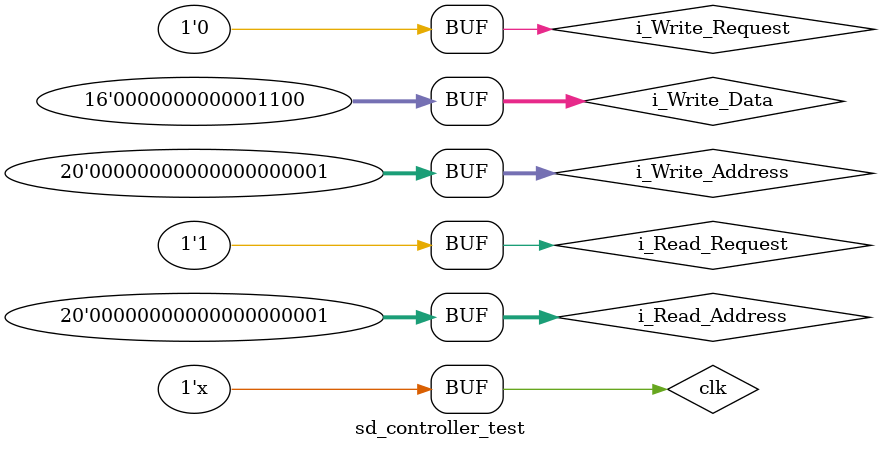
<source format=v>
`timescale 1ns / 1ps

module sd_controller_test();

    // Inputs
    reg clk;
    reg i_Read_Request;
    reg i_Write_Request;
    reg [19:0] i_Read_Address;
    reg [19:0] i_Write_Address;
    reg [15:0] i_Write_Data;

    // Outputs
    wire [15:0] o_Read_Data;
    wire o_Read_Grant;
    wire o_Write_Grant;
    wire o_Data_Valid;
    wire o_Clk_Enable;
    wire o_Write_Enable;
    wire [1:0] o_Data_Mask;
    wire o_Bank_Address;
    wire [10:0] o_Address_10;
    wire o_Column_Address_Strobe;
    wire o_Row_Address_Strobe;

    // Bidirs
    wire [19:0] io_DQ_Lines;

    sd_controller uut (
        .clk(clk), 
        .i_Read_Request(i_Read_Request), 
        .i_Write_Request(i_Write_Request), 
        .i_Read_Address(i_Read_Address), 
        .i_Write_Address(i_Write_Address), 
        .i_Write_Data(i_Write_Data), 
        .o_Read_Data(o_Read_Data), 
        .o_Read_Grant(o_Read_Grant), 
        .o_Write_Grant(o_Write_Grant), 
        .o_Data_Valid(o_Data_Valid), 
        .o_Clk_Enable(o_Clk_Enable), 
        .o_Write_Enable(o_Write_Enable), 
        .o_Data_Mask(o_Data_Mask), 
        .o_Bank_Address(o_Bank_Address), 
        .o_Address_10(o_Address_10), 
        .o_Column_Address_Strobe(o_Column_Address_Strobe), 
        .o_Row_Address_Strobe(o_Row_Address_Strobe), 
        .io_DQ_Lines(io_DQ_Lines)
    );

    always #1 
        clk =~clk;

    initial begin
        $dumpfile("sd_controller_test.vcd");
        $dumpvars(0,sd_controller_test);
        
        clk = 0;
        i_Read_Request = 0;
        i_Write_Request = 0;
        i_Read_Address = 0;
        i_Write_Address = 0;
        i_Write_Data = 0;

        #100;
        i_Write_Request = 1;
        i_Write_Address = 1;
        i_Write_Data = 12;
        
        #100;
        clk = 1;
        i_Read_Request = 1;
        i_Write_Request = 0;
        i_Read_Address = 1;
        
    end
      
endmodule

</source>
